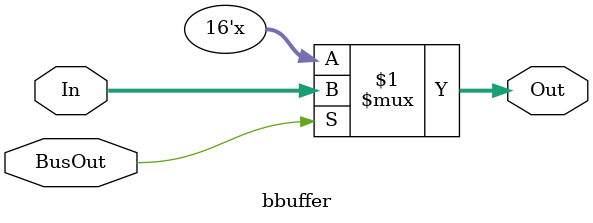
<source format=v>
`timescale 1ns / 1ps

module DP (	input aReset,
				input [21:0] DIN_Address,
				input [2:0] DIN_Length,
				input Clock,
				input [1:0] C_Address,
				input [1:0] C_HWords,
				input [3:0] C_aTimer,
				input [1:0] C_Step,
				input C_SA_A,
				input [1:0] C_SA_D,
				input C_BusOut,
				output [22:0] DOUT_ADDR,
				output [15:0] DOUT_CPU,
				output S_HWOne,
				output S_aTOne,
				output [3:0] S_SOut,
				inout [15:0] DIO_CRAM
);

	parameter integer aTB = 3;	//aTimerBits
//85ns access
	parameter integer RWC = 5;	//ReadWriteCycles > 85ns
	parameter integer PC = 2;	//PageCycles > 25ns
//70ns access
//	parameter integer RWC = 4;	//ReadWriteCycles > 70ns
//	parameter integer PC = 2;	//PageCycles > 20ns

	parameter [15:0] RCR_D = 16'h0010 | 16'h0080;	//RCR = Default | Page Mode Enable
	parameter [15:0] BCR_D = 16'h9D1F;					//BCR = Default

	wire [22:0] Address_Out;
	wire [15:0] Data_Out;

//Address Register
	address Address (	.In(DIN_Address),
							.aReset(aReset),
							.Clock(Clock),
							.Load(C_Address[1]),
							.Inc(C_Address[0]),
							.Out(Address_Out)
	);

//HalfWords Register
	hwords HWords (	.In(DIN_Length),
							.aReset(aReset),
							.Clock(Clock),
							.Load(C_HWords[1]),
							.Dec(C_HWords[0]),
							.HWOne(S_HWOne)
	);

//Asynchronous Timer
	atimer # (	.aTB(aTB),
					.RWC(RWC),
					.PC(PC)
	) aTimer (	.aReset(aReset),
					.Clock(Clock),
					.Clear(C_aTimer[3]),
					.aRW(C_aTimer[2]),
					.aPage(C_aTimer[1]),
					.Dec(C_aTimer[0]),
					.aTOne(S_aTOne)
	);

//Step Register
	step Step (	.aReset(aReset),
					.Clock(Clock),
					.Clear(C_Step[1]),
					.Inc(C_Step[0]),
					.SOut(S_SOut)
	);

//DOUT_ADDR Multiplexer
	amultiplexer AMultiplexer (	.Zero(Address_Out),
											.One(23'h7FFFFF),
											.SA(C_SA_A),
											.Out(DOUT_ADDR)
	);

//DOUT_CRAM Decoder
	ddecoder # (	.RCR_D(RCR_D),
						.BCR_D(BCR_D)
	) DDecoder (	.SA(C_SA_D),
						.Out(Data_Out)
	);

//DIO_CRAM Tristate Buffer
	bbuffer BBuffer (	.In(Data_Out),
							.BusOut(C_BusOut),
							.Out(DIO_CRAM)
	);

	assign DOUT_CPU = DIO_CRAM;

endmodule

module address (	input [21:0] In,
						input aReset,
						input Clock,
						input Load,
						input Inc,
						output reg [22:0] Out
);

	always @ (posedge aReset or posedge Clock) begin
		if (aReset) begin
			Out <= 23'h000000;
		end else if (Load) begin
			Out <= {In, 1'b0};							//word alignment
		end else if (Inc) begin
			Out <= {Out[22:4], Out[3:0] + 4'h1};	//adjacent addresses
		end else begin
			Out <= Out;
		end
	end

endmodule

module hwords (	input [2:0] In,
						input aReset,
						input Clock,
						input Load,
						input Dec,
						output HWOne
);

	reg [3:0] HWords;

	always @ (posedge aReset or posedge Clock) begin
		if (aReset) begin
			HWords <= 4'h0;
		end else if (Load) begin
			HWords <= {In, 1'b0};
		end else if (Dec) begin
			HWords <= HWords - 4'd1;
		end else begin
			HWords <= HWords;
		end
	end

	assign HWOne = (HWords == 4'h1) ? 1'b1 : 1'b0;

endmodule

module atimer (	input aReset,
						input Clock,
						input Clear,
						input aRW,
						input aPage,
						input Dec,
						output aTOne
);

	parameter integer aTB = 3;	//aTimerBits
	parameter integer RWC = 5;	//ReadWriteCycles > 85ns
	parameter integer PC = 2;	//PageCycles > 25ns

	reg [aTB-1:0] aTimer;

	always @ (posedge aReset or posedge Clock) begin
		if (aReset) begin
			aTimer <= 3'h0;
		end else if (Clear) begin
			aTimer <= 3'h0;
		end else if (aRW) begin
			aTimer <= RWC;
		end else if (aPage) begin
			aTimer <= PC;
		end else if (Dec) begin
			aTimer <= aTimer - 1'd1;
		end else begin
			aTimer <= aTimer;
		end
	end

	assign aTOne = (aTimer == 3'h1) ? 1'b1 : 1'b0;

endmodule

module step (	input aReset,
					input Clock,
					input Clear,
					input Inc,
					output reg [3:0] SOut
);

	always @ (posedge aReset or posedge Clock) begin
		if (aReset) begin
			SOut <= 4'h0;
		end else if (Clear) begin
			SOut <= 4'h0;
		end else if (Inc) begin
			SOut <= SOut + 4'd1;
		end else begin
			SOut <= SOut;
		end
	end

endmodule

module amultiplexer (	input [22:0] Zero,
								input [22:0] One,
								input SA,
								output [22:0] Out
);

	assign Out = (SA) ? One : Zero;

endmodule

module ddecoder (	input [1:0] SA,
						output reg [15:0] Out
);

	parameter [15:0] RCR_D = 16'h0010 | 16'h0080;
	parameter [15:0] BCR_D = 16'h9D1F;

	always @ * begin
		case (SA)
			2'b00:	begin
							Out = 16'h0000;	//SA_RCR_A
						end
			2'b01:	begin
							Out = RCR_D;	//SA_RCR_D
						end
			2'b10:	begin
							Out = 16'h0001;	//SA_BCR_A
						end
			2'b11:	begin
							Out = BCR_D;	//SA_BCR_D
						end
			default:	begin
							Out = 16'h0000;
						end
		endcase
	end

endmodule

module bbuffer (	input [15:0] In,
						input BusOut,
						output [15:0] Out
);

	assign Out = (BusOut) ? In : 16'hzzzz;

endmodule

</source>
